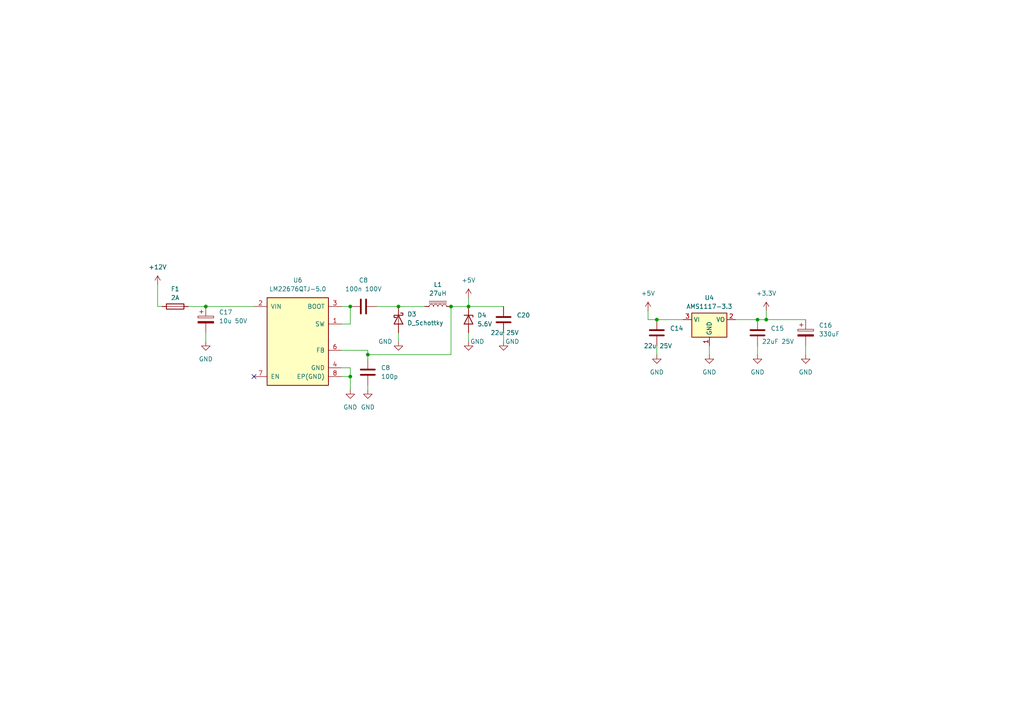
<source format=kicad_sch>
(kicad_sch (version 20230121) (generator eeschema)
  (paper "A4")
  (lib_symbols
    (symbol "Device:C" (pin_numbers hide) (pin_names (offset 0.254))
      (property "Reference" "C" (at 0.635 2.54 0))
      (property "Value" "C" (at 0.635 -2.54 0))
      (symbol "C_0_1"
        (polyline (pts (xy -2.032 -0.762) (xy 2.032 -0.762)) (stroke (width 0.508)))
        (polyline (pts (xy -2.032 0.762) (xy 2.032 0.762)) (stroke (width 0.508)))
      )
      (symbol "C_1_1"
        (pin passive line (at 0 3.81 270) (length 2.794) (name "~") (number "1"))
        (pin passive line (at 0 -3.81 90) (length 2.794) (name "~") (number "2"))
      )
    )
    (symbol "Device:C_Polarized" (pin_numbers hide) (pin_names (offset 0.254))
      (property "Reference" "C" (at 0.635 2.54 0))
      (property "Value" "C_Polarized" (at 0.635 -2.54 0))
      (symbol "C_Polarized_0_1"
        (rectangle (start -2.286 0.508) (end 2.286 1.016))
        (polyline (pts (xy -1.778 2.286) (xy -0.762 2.286)))
        (polyline (pts (xy -1.27 2.794) (xy -1.27 1.778)))
        (rectangle (start 2.286 -0.508) (end -2.286 -1.016) (fill (type outline)))
      )
      (symbol "C_Polarized_1_1"
        (pin passive line (at 0 3.81 270) (length 2.794) (name "~") (number "1"))
        (pin passive line (at 0 -3.81 90) (length 2.794) (name "~") (number "2"))
      )
    )
    (symbol "Device:D_Schottky" (pin_numbers hide) (pin_names (offset 1.016) hide)
      (property "Reference" "D" (at 0 2.54 0))
      (property "Value" "D_Schottky" (at 0 -2.54 0))
      (symbol "D_Schottky_0_1"
        (polyline (pts (xy 1.27 0) (xy -1.27 0)))
        (polyline (pts (xy 1.27 1.27) (xy 1.27 -1.27) (xy -1.27 0) (xy 1.27 1.27)) (stroke (width 0.254)))
        (polyline (pts (xy -1.905 0.635) (xy -1.905 1.27) (xy -1.27 1.27) (xy -1.27 -1.27) (xy -0.635 -1.27) (xy -0.635 -0.635)) (stroke (width 0.254)))
      )
      (symbol "D_Schottky_1_1"
        (pin passive line (at -3.81 0 0) (length 2.54) (name "K") (number "1"))
        (pin passive line (at 3.81 0 180) (length 2.54) (name "A") (number "2"))
      )
    )
    (symbol "Device:D_Zener" (pin_numbers hide) (pin_names (offset 1.016) hide)
      (property "Reference" "D" (at 0 2.54 0))
      (property "Value" "D_Zener" (at 0 -2.54 0))
      (symbol "D_Zener_0_1"
        (polyline (pts (xy 1.27 0) (xy -1.27 0)))
        (polyline (pts (xy -1.27 -1.27) (xy -1.27 1.27) (xy -0.762 1.27)) (stroke (width 0.254)))
        (polyline (pts (xy 1.27 -1.27) (xy 1.27 1.27) (xy -1.27 0) (xy 1.27 -1.27)) (stroke (width 0.254)))
      )
      (symbol "D_Zener_1_1"
        (pin passive line (at -3.81 0 0) (length 2.54) (name "K") (number "1"))
        (pin passive line (at 3.81 0 180) (length 2.54) (name "A") (number "2"))
      )
    )
    (symbol "Device:Fuse" (pin_numbers hide) (pin_names (offset 0))
      (property "Reference" "F" (at 2.032 0 90))
      (property "Value" "Fuse" (at -1.905 0 90))
      (symbol "Fuse_0_1"
        (rectangle (start -0.762 -2.54) (end 0.762 2.54) (stroke (width 0.254)))
        (polyline (pts (xy 0 2.54) (xy 0 -2.54)))
      )
      (symbol "Fuse_1_1"
        (pin passive line (at 0 3.81 270) (length 1.27) (name "~") (number "1"))
        (pin passive line (at 0 -3.81 90) (length 1.27) (name "~") (number "2"))
      )
    )
    (symbol "Device:L_Iron" (pin_numbers hide) (pin_names (offset 1.016) hide)
      (property "Reference" "L" (at -1.27 0 90))
      (property "Value" "L_Iron" (at 2.794 0 90))
      (symbol "L_Iron_0_1"
        (arc (start 0 -2.54) (mid 0.6323 -1.905) (end 0 -1.27))
        (arc (start 0 -1.27) (mid 0.6323 -0.635) (end 0 0))
        (polyline (pts (xy 1.016 2.54) (xy 1.016 -2.54)))
        (polyline (pts (xy 1.524 -2.54) (xy 1.524 2.54)))
        (arc (start 0 0) (mid 0.6323 0.635) (end 0 1.27))
        (arc (start 0 1.27) (mid 0.6323 1.905) (end 0 2.54))
      )
      (symbol "L_Iron_1_1"
        (pin passive line (at 0 3.81 270) (length 1.27) (name "1") (number "1"))
        (pin passive line (at 0 -3.81 90) (length 1.27) (name "2") (number "2"))
      )
    )
    (symbol "Regulator_Linear:AMS1117-3.3"
      (property "Reference" "U" (at -3.81 3.175 0))
      (property "Value" "AMS1117-3.3" (at 0 3.175 0))
      (symbol "AMS1117-3.3_0_1"
        (rectangle (start -5.08 -5.08) (end 5.08 1.905) (stroke (width 0.254)) (fill (type background)))
      )
      (symbol "AMS1117-3.3_1_1"
        (pin power_in line (at 0 -7.62 90) (length 2.54) (name "GND") (number "1"))
        (pin power_out line (at 7.62 0 180) (length 2.54) (name "VO") (number "2"))
        (pin power_in line (at -7.62 0 0) (length 2.54) (name "VI") (number "3"))
      )
    )
    (symbol "Schlib-texas:LM22676QTJ-5.0" (pin_names (offset 1.016))
      (property "Reference" "U" (at 0 16.51 0))
      (property "Value" "LM22676QTJ-5.0" (at 0 13.97 0))
      (symbol "LM22676QTJ-5.0_0_1"
        (rectangle (start -8.89 12.7) (end 8.89 -12.7) (stroke (width 0.254)) (fill (type background)))
      )
      (symbol "LM22676QTJ-5.0_1_1"
        (pin output line (at 12.7 5.08 180) (length 3.81) (name "SW") (number "1"))
        (pin power_in line (at -12.7 10.16 0) (length 3.81) (name "VIN") (number "2"))
        (pin output line (at 12.7 10.16 180) (length 3.81) (name "BOOT") (number "3"))
        (pin power_in line (at 12.7 -7.62 180) (length 3.81) (name "GND") (number "4"))
        (pin input line (at 12.7 -2.54 180) (length 3.81) (name "FB") (number "6"))
        (pin input line (at -12.7 -10.16 0) (length 3.81) (name "EN") (number "7"))
        (pin power_in line (at 12.7 -10.16 180) (length 3.81) (name "EP(GND)") (number "8"))
      )
    )
    (symbol "power:+12V" (power) (pin_names (offset 0))
      (property "Value" "+12V" (at 0 3.556 0))
      (symbol "+12V_0_1"
        (polyline (pts (xy -0.762 1.27) (xy 0 2.54)))
        (polyline (pts (xy 0 0) (xy 0 2.54)))
        (polyline (pts (xy 0 2.54) (xy 0.762 1.27)))
      )
      (symbol "+12V_1_1"
        (pin power_in line (at 0 0 90) (length 0) hide (name "+12V") (number "1"))
      )
    )
    (symbol "power:+3.3V" (power) (pin_names (offset 0))
      (property "Value" "+3.3V" (at 0 3.556 0))
      (symbol "+3.3V_0_1"
        (polyline (pts (xy -0.762 1.27) (xy 0 2.54)))
        (polyline (pts (xy 0 0) (xy 0 2.54)))
        (polyline (pts (xy 0 2.54) (xy 0.762 1.27)))
      )
      (symbol "+3.3V_1_1"
        (pin power_in line (at 0 0 90) (length 0) hide (name "+3.3V") (number "1"))
      )
    )
    (symbol "power:+5V" (power) (pin_names (offset 0))
      (property "Value" "+5V" (at 0 3.556 0))
      (symbol "+5V_0_1"
        (polyline (pts (xy -0.762 1.27) (xy 0 2.54)))
        (polyline (pts (xy 0 0) (xy 0 2.54)))
        (polyline (pts (xy 0 2.54) (xy 0.762 1.27)))
      )
      (symbol "+5V_1_1"
        (pin power_in line (at 0 0 90) (length 0) hide (name "+5V") (number "1"))
      )
    )
    (symbol "power:GND" (power) (pin_names (offset 0))
      (property "Value" "GND" (at 0 -3.81 0))
      (symbol "GND_0_1"
        (polyline (pts (xy 0 0) (xy 0 -1.27) (xy 1.27 -1.27) (xy 0 -2.54) (xy -1.27 -1.27) (xy 0 -1.27)))
      )
      (symbol "GND_1_1"
        (pin power_in line (at 0 0 270) (length 0) hide (name "GND") (number "1"))
      )
    )
  )
  (junction (at 190.5 92.71))
  (junction (at 130.81 88.9))
  (junction (at 101.6 109.22))
  (junction (at 115.57 88.9))
  (junction (at 106.68 102.87))
  (junction (at 59.69 88.9))
  (junction (at 222.25 92.71))
  (junction (at 219.71 92.71))
  (junction (at 101.6 88.9))
  (junction (at 135.89 88.9))
  (no_connect (at 73.66 109.22))
  (wire (pts (xy 135.89 86.36) (xy 135.89 88.9)))
  (wire (pts (xy 233.68 100.33) (xy 233.68 102.87)))
  (wire (pts (xy 187.96 90.17) (xy 187.96 92.71)))
  (wire (pts (xy 106.68 101.6) (xy 106.68 102.87)))
  (wire (pts (xy 190.5 100.33) (xy 190.5 102.87)))
  (wire (pts (xy 99.06 93.98) (xy 101.6 93.98)))
  (wire (pts (xy 222.25 92.71) (xy 233.68 92.71)))
  (wire (pts (xy 205.74 100.33) (xy 205.74 102.87)))
  (wire (pts (xy 146.05 96.52) (xy 146.05 99.06)))
  (wire (pts (xy 135.89 88.9) (xy 146.05 88.9)))
  (wire (pts (xy 54.61 88.9) (xy 59.69 88.9)))
  (wire (pts (xy 101.6 113.03) (xy 101.6 109.22)))
  (wire (pts (xy 130.81 88.9) (xy 130.81 102.87)))
  (wire (pts (xy 101.6 109.22) (xy 99.06 109.22)))
  (wire (pts (xy 187.96 92.71) (xy 190.5 92.71)))
  (wire (pts (xy 46.99 88.9) (xy 45.72 88.9)))
  (wire (pts (xy 130.81 102.87) (xy 106.68 102.87)))
  (wire (pts (xy 45.72 82.55) (xy 45.72 88.9)))
  (wire (pts (xy 99.06 101.6) (xy 106.68 101.6)))
  (wire (pts (xy 190.5 92.71) (xy 198.12 92.71)))
  (wire (pts (xy 135.89 88.9) (xy 130.81 88.9)))
  (wire (pts (xy 101.6 93.98) (xy 101.6 88.9)))
  (wire (pts (xy 99.06 106.68) (xy 101.6 106.68)))
  (wire (pts (xy 99.06 88.9) (xy 101.6 88.9)))
  (wire (pts (xy 106.68 102.87) (xy 106.68 104.14)))
  (wire (pts (xy 219.71 100.33) (xy 219.71 102.87)))
  (wire (pts (xy 219.71 92.71) (xy 222.25 92.71)))
  (wire (pts (xy 101.6 106.68) (xy 101.6 109.22)))
  (wire (pts (xy 109.22 88.9) (xy 115.57 88.9)))
  (wire (pts (xy 115.57 88.9) (xy 123.19 88.9)))
  (wire (pts (xy 115.57 96.52) (xy 115.57 99.06)))
  (wire (pts (xy 213.36 92.71) (xy 219.71 92.71)))
  (wire (pts (xy 59.69 88.9) (xy 73.66 88.9)))
  (wire (pts (xy 59.69 96.52) (xy 59.69 99.06)))
  (wire (pts (xy 222.25 92.71) (xy 222.25 90.17)))
  (wire (pts (xy 106.68 111.76) (xy 106.68 113.03)))
  (wire (pts (xy 135.89 96.52) (xy 135.89 99.06)))
  (symbol (lib_id "power:GND") (at 59.69 99.06 0) (unit 1)
    (property "Reference" "#PWR08" (effects hide))
    (property "Value" "GND" (at 59.69 104.14 0))
    (instances (project "GigaVesc" (path "" (reference "#PWR08") (unit 1)) (path "" (reference "#PWR026") (unit 1)) (path "" (reference "#PWR020") (unit 1))))
  )
  (symbol (lib_id "Device:C_Polarized") (at 59.69 92.71 0) (unit 1)
    (property "Reference" "C17" (at 63.5 90.551 0) (effects (justify left)))
    (property "Value" "10u 50V" (at 63.5 93.091 0) (effects (justify left)))
    (instances (project "GigaVesc" (path "" (reference "C17") (unit 1)) (path "" (reference "C14") (unit 1))))
  )
  (symbol (lib_id "Device:C") (at 106.68 107.95 0) (unit 1)
    (property "Reference" "C8" (at 110.49 106.68 0) (effects (justify left)))
    (property "Value" "100p" (at 110.49 109.22 0) (effects (justify left)))
    (instances (project "GigaVesc" (path "" (reference "C8") (unit 1)) (path "" (reference "C18") (unit 1)) (path "" (reference "C16") (unit 1))))
  )
  (symbol (lib_id "power:GND") (at 233.68 102.87 0) (unit 1)
    (property "Reference" "#PWR08" (effects hide))
    (property "Value" "GND" (at 233.68 107.95 0))
    (instances (project "GigaVesc" (path "" (reference "#PWR08") (unit 1)) (path "" (reference "#PWR024") (unit 1)) (path "" (reference "#PWR032") (unit 1))))
  )
  (symbol (lib_id "power:GND") (at 135.89 99.06 0) (unit 1)
    (property "Reference" "#PWR08" (effects hide))
    (property "Value" "GND" (at 138.43 99.06 0))
    (instances (project "GigaVesc" (path "" (reference "#PWR08") (unit 1)) (path "" (reference "#PWR031") (unit 1)) (path "" (reference "#PWR025") (unit 1))))
  )
  (symbol (lib_id "Device:C") (at 219.71 96.52 0) (unit 1)
    (property "Reference" "C15" (at 223.52 95.25 0) (effects (justify left)))
    (property "Value" "22uF 25V" (at 220.98 99.06 0) (effects (justify left)))
    (instances (project "GigaVesc" (path "" (reference "C15") (unit 1)) (path "" (reference "C19") (unit 1))))
  )
  (symbol (lib_id "power:GND") (at 190.5 102.87 0) (unit 1)
    (property "Reference" "#PWR08" (effects hide))
    (property "Value" "GND" (at 190.5 107.95 0))
    (instances (project "GigaVesc" (path "" (reference "#PWR08") (unit 1)) (path "" (reference "#PWR021") (unit 1)) (path "" (reference "#PWR028") (unit 1))))
  )
  (symbol (lib_id "power:GND") (at 205.74 102.87 0) (unit 1)
    (property "Reference" "#PWR08" (effects hide))
    (property "Value" "GND" (at 205.74 107.95 0))
    (instances (project "GigaVesc" (path "" (reference "#PWR08") (unit 1)) (path "" (reference "#PWR020") (unit 1)) (path "" (reference "#PWR029") (unit 1))))
  )
  (symbol (lib_id "power:GND") (at 115.57 99.06 0) (unit 1)
    (property "Reference" "#PWR08" (effects hide))
    (property "Value" "GND" (at 111.76 99.06 0))
    (instances (project "GigaVesc" (path "" (reference "#PWR08") (unit 1)) (path "" (reference "#PWR029") (unit 1)) (path "" (reference "#PWR023") (unit 1))))
  )
  (symbol (lib_id "Device:L_Iron") (at 127 88.9 90) (unit 1)
    (property "Reference" "L1" (at 127 82.55 90))
    (property "Value" "27uH" (at 127 85.09 90))
  )
  (symbol (lib_id "Device:D_Zener") (at 135.89 92.71 270) (unit 1)
    (property "Reference" "D4" (at 138.43 91.44 90) (effects (justify left)))
    (property "Value" "5.6V" (at 138.43 93.98 90) (effects (justify left)))
  )
  (symbol (lib_id "Device:C_Polarized") (at 233.68 96.52 0) (unit 1)
    (property "Reference" "C16" (at 237.49 94.361 0) (effects (justify left)))
    (property "Value" "330uF" (at 237.49 96.901 0) (effects (justify left)))
    (instances (project "GigaVesc" (path "" (reference "C16") (unit 1)) (path "" (reference "C20") (unit 1))))
  )
  (symbol (lib_id "power:+3.3V") (at 222.25 90.17 0) (unit 1)
    (property "Reference" "#PWR03" (effects hide))
    (property "Value" "+3.3V" (at 222.25 85.09 0))
    (instances (project "GigaVesc" (path "" (reference "#PWR03") (unit 1)) (path "" (reference "#PWR019") (unit 1)) (path "" (reference "#PWR031") (unit 1))))
  )
  (symbol (lib_id "power:+5V") (at 187.96 90.17 0) (unit 1)
    (property "Reference" "#PWR023" (effects hide))
    (property "Value" "+5V" (at 187.96 85.09 0))
    (instances (project "GigaVesc" (path "" (reference "#PWR023") (unit 1)) (path "" (reference "#PWR027") (unit 1))))
  )
  (symbol (lib_id "Regulator_Linear:AMS1117-3.3") (at 205.74 92.71 0) (unit 1)
    (property "Reference" "U4" (at 205.74 86.36 0))
    (property "Value" "AMS1117-3.3" (at 205.74 88.9 0))
    (property "Footprint" "Package_TO_SOT_SMD:SOT-223-3_TabPin2" (effects hide))
    (property "Datasheet" "http://www.advanced-monolithic.com/pdf/ds1117.pdf" (effects hide))
    (instances (project "GigaVesc" (path "" (reference "U4") (unit 1)) (path "" (reference "U6") (unit 1))))
  )
  (symbol (lib_id "power:GND") (at 106.68 113.03 0) (unit 1)
    (property "Reference" "#PWR08" (effects hide))
    (property "Value" "GND" (at 106.68 118.11 0))
    (instances (project "GigaVesc" (path "" (reference "#PWR08") (unit 1)) (path "" (reference "#PWR028") (unit 1)) (path "" (reference "#PWR022") (unit 1))))
  )
  (symbol (lib_id "power:GND") (at 219.71 102.87 0) (unit 1)
    (property "Reference" "#PWR08" (effects hide))
    (property "Value" "GND" (at 219.71 107.95 0))
    (instances (project "GigaVesc" (path "" (reference "#PWR08") (unit 1)) (path "" (reference "#PWR022") (unit 1)) (path "" (reference "#PWR030") (unit 1))))
  )
  (symbol (lib_id "power:GND") (at 146.05 99.06 0) (unit 1)
    (property "Reference" "#PWR08" (effects hide))
    (property "Value" "GND" (at 148.59 99.06 0))
    (instances (project "GigaVesc" (path "" (reference "#PWR08") (unit 1)) (path "" (reference "#PWR032") (unit 1)) (path "" (reference "#PWR026") (unit 1))))
  )
  (symbol (lib_id "power:+12V") (at 45.72 82.55 0) (unit 1)
    (property "Reference" "#PWR025" (effects hide))
    (property "Value" "+12V" (at 45.72 77.47 0))
    (instances (project "GigaVesc" (path "" (reference "#PWR025") (unit 1)) (path "" (reference "#PWR019") (unit 1))))
  )
  (symbol (lib_id "power:GND") (at 101.6 113.03 0) (unit 1)
    (property "Reference" "#PWR08" (effects hide))
    (property "Value" "GND" (at 101.6 118.11 0))
    (instances (project "GigaVesc" (path "" (reference "#PWR08") (unit 1)) (path "" (reference "#PWR027") (unit 1)) (path "" (reference "#PWR021") (unit 1))))
  )
  (symbol (lib_id "Device:Fuse") (at 50.8 88.9 90) (unit 1)
    (property "Reference" "F1" (at 50.8 83.82 90))
    (property "Value" "2A" (at 50.8 86.36 90))
  )
  (symbol (lib_id "Device:C") (at 190.5 96.52 0) (unit 1)
    (property "Reference" "C14" (at 194.31 95.25 0) (effects (justify left)))
    (property "Value" "22u 25V" (at 186.69 100.33 0) (effects (justify left)))
    (instances (project "GigaVesc" (path "" (reference "C14") (unit 1)) (path "" (reference "C18") (unit 1))))
  )
  (symbol (lib_id "Schlib-texas:LM22676QTJ-5.0") (at 86.36 99.06 0) (unit 1)
    (property "Reference" "U6" (at 86.36 81.28 0))
    (property "Value" "LM22676QTJ-5.0" (at 86.36 83.82 0))
    (property "Footprint" "manuf:TO-263-7-TEXAS" (effects hide))
    (property "Datasheet" "http://www.ti.com/lit/ds/symlink/lm22676.pdf" (effects hide))
    (property "MPN" "LM22676QTJ-5.0" (effects hide))
    (property "Manuf" "TI" (effects hide))
    (property "BOM" "TI LM22676QTJ-5.0" (effects hide))
    (instances (project "GigaVesc" (path "" (reference "U6") (unit 1)) (path "" (reference "U4") (unit 1))))
  )
  (symbol (lib_id "Device:C") (at 146.05 92.71 0) (unit 1)
    (property "Reference" "C20" (at 149.86 91.44 0) (effects (justify left)))
    (property "Value" "22u 25V" (at 142.24 96.52 0) (effects (justify left)))
    (instances (project "GigaVesc" (path "" (reference "C20") (unit 1)) (path "" (reference "C17") (unit 1))))
  )
  (symbol (lib_id "Device:D_Schottky") (at 115.57 92.71 270) (unit 1)
    (property "Reference" "D3" (at 118.11 91.1225 90) (effects (justify left)))
    (property "Value" "D_Schottky" (at 118.11 93.6625 90) (effects (justify left)))
  )
  (symbol (lib_id "power:+5V") (at 135.89 86.36 0) (unit 1)
    (property "Reference" "#PWR030" (effects hide))
    (property "Value" "+5V" (at 135.89 81.28 0))
    (instances (project "GigaVesc" (path "" (reference "#PWR030") (unit 1)) (path "" (reference "#PWR024") (unit 1))))
  )
  (symbol (lib_id "Device:C") (at 105.41 88.9 90) (unit 1)
    (property "Reference" "C8" (at 105.41 81.28 90))
    (property "Value" "100n 100V" (at 105.41 83.82 90))
    (instances (project "GigaVesc" (path "" (reference "C8") (unit 1)) (path "" (reference "C19") (unit 1)) (path "" (reference "C15") (unit 1))))
  )
)
</source>
